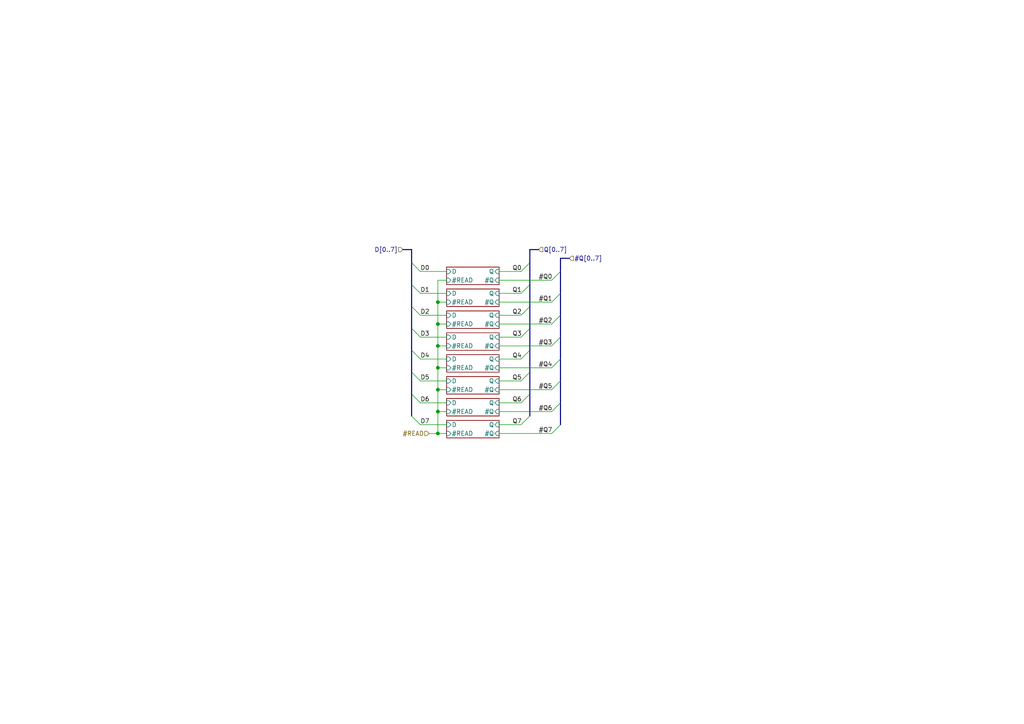
<source format=kicad_sch>
(kicad_sch
	(version 20250114)
	(generator "eeschema")
	(generator_version "9.0")
	(uuid "d715defd-84ea-46f5-81b1-e8a795572ab2")
	(paper "A4")
	(lib_symbols)
	(bus_alias "D"
		(members)
	)
	(junction
		(at 127 113.03)
		(diameter 0)
		(color 0 0 0 0)
		(uuid "063358c4-e2a9-4cb5-ad7d-d30be65bd3d1")
	)
	(junction
		(at 127 93.98)
		(diameter 0)
		(color 0 0 0 0)
		(uuid "1bac21e6-4437-475c-9f9a-bfd762aa839e")
	)
	(junction
		(at 127 125.73)
		(diameter 0)
		(color 0 0 0 0)
		(uuid "1fe6760e-8c27-452e-8e31-44bd59488abd")
	)
	(junction
		(at 127 106.68)
		(diameter 0)
		(color 0 0 0 0)
		(uuid "5a57b0a9-4a84-47bd-b044-a85f0d222a63")
	)
	(junction
		(at 127 100.33)
		(diameter 0)
		(color 0 0 0 0)
		(uuid "60b978e1-9f71-4b87-8b39-d94b444667d2")
	)
	(junction
		(at 127 119.38)
		(diameter 0)
		(color 0 0 0 0)
		(uuid "a143faf8-fc09-400a-9ec8-b2c9d0c80abf")
	)
	(junction
		(at 127 87.63)
		(diameter 0)
		(color 0 0 0 0)
		(uuid "b749ca8d-1f3b-496d-a185-f31ae34208d3")
	)
	(bus_entry
		(at 153.67 95.25)
		(size -2.54 2.54)
		(stroke
			(width 0)
			(type default)
		)
		(uuid "07c6aaf9-44af-4122-ae60-fe7b20569560")
	)
	(bus_entry
		(at 162.56 85.09)
		(size -2.54 2.54)
		(stroke
			(width 0)
			(type default)
		)
		(uuid "09309ff9-56c9-4d8a-be92-fee751b310d1")
	)
	(bus_entry
		(at 119.38 95.25)
		(size 2.54 2.54)
		(stroke
			(width 0)
			(type default)
		)
		(uuid "0e3902db-c6c0-4c79-b988-32a553bceed1")
	)
	(bus_entry
		(at 153.67 114.3)
		(size -2.54 2.54)
		(stroke
			(width 0)
			(type default)
		)
		(uuid "10e98439-117d-471a-902b-d51c87da222a")
	)
	(bus_entry
		(at 153.67 101.6)
		(size -2.54 2.54)
		(stroke
			(width 0)
			(type default)
		)
		(uuid "1d38634f-754c-4c89-96ef-08581690ae84")
	)
	(bus_entry
		(at 119.38 88.9)
		(size 2.54 2.54)
		(stroke
			(width 0)
			(type default)
		)
		(uuid "2145514e-8da2-40b7-a47f-c37031029a62")
	)
	(bus_entry
		(at 119.38 107.95)
		(size 2.54 2.54)
		(stroke
			(width 0)
			(type default)
		)
		(uuid "37717afe-d8a8-4b1a-bda0-67db0139f4dd")
	)
	(bus_entry
		(at 119.38 120.65)
		(size 2.54 2.54)
		(stroke
			(width 0)
			(type default)
		)
		(uuid "51b34e36-6d55-41f5-8906-41b445808ba1")
	)
	(bus_entry
		(at 162.56 123.19)
		(size -2.54 2.54)
		(stroke
			(width 0)
			(type default)
		)
		(uuid "55b04d2e-ab38-4915-8b7a-903275211029")
	)
	(bus_entry
		(at 162.56 110.49)
		(size -2.54 2.54)
		(stroke
			(width 0)
			(type default)
		)
		(uuid "583ef97a-0a53-4f41-a869-941f5df64874")
	)
	(bus_entry
		(at 119.38 101.6)
		(size 2.54 2.54)
		(stroke
			(width 0)
			(type default)
		)
		(uuid "659aeefa-6363-44fe-ad79-100cdb936e05")
	)
	(bus_entry
		(at 119.38 76.2)
		(size 2.54 2.54)
		(stroke
			(width 0)
			(type default)
		)
		(uuid "72877d26-33af-4aa5-8015-0d2d31e76c11")
	)
	(bus_entry
		(at 162.56 116.84)
		(size -2.54 2.54)
		(stroke
			(width 0)
			(type default)
		)
		(uuid "74c122bf-299b-4725-9a00-46a37be62162")
	)
	(bus_entry
		(at 153.67 107.95)
		(size -2.54 2.54)
		(stroke
			(width 0)
			(type default)
		)
		(uuid "7a82c8fe-19fe-448b-b551-284692404350")
	)
	(bus_entry
		(at 153.67 76.2)
		(size -2.54 2.54)
		(stroke
			(width 0)
			(type default)
		)
		(uuid "8222923a-9242-4b91-af1c-8e32826a4e98")
	)
	(bus_entry
		(at 153.67 82.55)
		(size -2.54 2.54)
		(stroke
			(width 0)
			(type default)
		)
		(uuid "99a77f2f-10f7-4959-af2e-dd859ed59bc5")
	)
	(bus_entry
		(at 119.38 114.3)
		(size 2.54 2.54)
		(stroke
			(width 0)
			(type default)
		)
		(uuid "a1fa3a0a-ce3e-4a78-abda-23657ed0b984")
	)
	(bus_entry
		(at 153.67 88.9)
		(size -2.54 2.54)
		(stroke
			(width 0)
			(type default)
		)
		(uuid "a88a1307-811f-4155-99c1-9ee71c7fe9d6")
	)
	(bus_entry
		(at 162.56 104.14)
		(size -2.54 2.54)
		(stroke
			(width 0)
			(type default)
		)
		(uuid "b1816ad5-7090-44e0-8633-2c66cad7fe6b")
	)
	(bus_entry
		(at 162.56 91.44)
		(size -2.54 2.54)
		(stroke
			(width 0)
			(type default)
		)
		(uuid "ce862dfb-baf6-423b-9c3f-dc72b38c25d5")
	)
	(bus_entry
		(at 162.56 78.74)
		(size -2.54 2.54)
		(stroke
			(width 0)
			(type default)
		)
		(uuid "d04eab94-64ee-43d6-9398-07e6a20b9650")
	)
	(bus_entry
		(at 119.38 82.55)
		(size 2.54 2.54)
		(stroke
			(width 0)
			(type default)
		)
		(uuid "e6da8c28-a5b0-4274-b512-1056294c9392")
	)
	(bus_entry
		(at 162.56 97.79)
		(size -2.54 2.54)
		(stroke
			(width 0)
			(type default)
		)
		(uuid "e8524051-01ec-4107-9e98-cc3e8ce0aae3")
	)
	(bus_entry
		(at 153.67 120.65)
		(size -2.54 2.54)
		(stroke
			(width 0)
			(type default)
		)
		(uuid "fd47a675-aee5-4589-a439-09b08a7f2d1c")
	)
	(wire
		(pts
			(xy 144.78 104.14) (xy 151.13 104.14)
		)
		(stroke
			(width 0)
			(type default)
		)
		(uuid "051e6c5f-24ec-4fab-93b3-311d4d9cdfa1")
	)
	(bus
		(pts
			(xy 156.21 72.39) (xy 153.67 72.39)
		)
		(stroke
			(width 0)
			(type default)
		)
		(uuid "1465baaf-f350-44f3-96e1-284a1682c189")
	)
	(wire
		(pts
			(xy 129.54 93.98) (xy 127 93.98)
		)
		(stroke
			(width 0)
			(type default)
		)
		(uuid "16816d45-1a89-47be-a6e8-14c74f3b7b2d")
	)
	(wire
		(pts
			(xy 127 125.73) (xy 127 119.38)
		)
		(stroke
			(width 0)
			(type default)
		)
		(uuid "181db41b-fd6e-47b6-946b-883b586c8bee")
	)
	(bus
		(pts
			(xy 153.67 72.39) (xy 153.67 76.2)
		)
		(stroke
			(width 0)
			(type default)
		)
		(uuid "1985eb29-9f2d-4106-adda-88ff46d23511")
	)
	(wire
		(pts
			(xy 127 106.68) (xy 127 100.33)
		)
		(stroke
			(width 0)
			(type default)
		)
		(uuid "1fd037f3-a3bb-42e8-9b9a-8ddf5c666617")
	)
	(wire
		(pts
			(xy 121.92 97.79) (xy 129.54 97.79)
		)
		(stroke
			(width 0)
			(type default)
		)
		(uuid "2016b61b-8b26-43dc-bd8d-e199fbebd536")
	)
	(wire
		(pts
			(xy 144.78 113.03) (xy 160.02 113.03)
		)
		(stroke
			(width 0)
			(type default)
		)
		(uuid "270b61eb-1bab-4d78-838e-7def44897b64")
	)
	(wire
		(pts
			(xy 144.78 87.63) (xy 160.02 87.63)
		)
		(stroke
			(width 0)
			(type default)
		)
		(uuid "2fb4d7ee-b955-4147-9b14-cc094b91fe41")
	)
	(bus
		(pts
			(xy 119.38 72.39) (xy 116.84 72.39)
		)
		(stroke
			(width 0)
			(type default)
		)
		(uuid "3177af8f-478e-491b-8df7-254112f04051")
	)
	(bus
		(pts
			(xy 119.38 101.6) (xy 119.38 107.95)
		)
		(stroke
			(width 0)
			(type default)
		)
		(uuid "3ca101e7-bf9e-4618-a3cc-8efadc8bf476")
	)
	(wire
		(pts
			(xy 124.46 125.73) (xy 127 125.73)
		)
		(stroke
			(width 0)
			(type default)
		)
		(uuid "3fdf3fa6-7e81-4ac7-b0d5-bed76a6be749")
	)
	(wire
		(pts
			(xy 144.78 106.68) (xy 160.02 106.68)
		)
		(stroke
			(width 0)
			(type default)
		)
		(uuid "40fca157-8f48-43f3-a28e-28f9b87e1d03")
	)
	(bus
		(pts
			(xy 162.56 116.84) (xy 162.56 123.19)
		)
		(stroke
			(width 0)
			(type default)
		)
		(uuid "4583cf09-789a-4aeb-aaa7-20fb4e5c2381")
	)
	(wire
		(pts
			(xy 121.92 85.09) (xy 129.54 85.09)
		)
		(stroke
			(width 0)
			(type default)
		)
		(uuid "476ae6b6-d576-4708-867c-5183472ed77b")
	)
	(bus
		(pts
			(xy 119.38 95.25) (xy 119.38 101.6)
		)
		(stroke
			(width 0)
			(type default)
		)
		(uuid "4d174ad6-b11f-4455-9de4-0842d7f3d3a9")
	)
	(bus
		(pts
			(xy 162.56 74.93) (xy 162.56 78.74)
		)
		(stroke
			(width 0)
			(type default)
		)
		(uuid "4e0e9b3b-2ecb-411b-90e0-43f2401d8ff8")
	)
	(bus
		(pts
			(xy 119.38 114.3) (xy 119.38 120.65)
		)
		(stroke
			(width 0)
			(type default)
		)
		(uuid "4fd6bc58-73b9-4ffe-b572-fe7d32894d99")
	)
	(wire
		(pts
			(xy 129.54 113.03) (xy 127 113.03)
		)
		(stroke
			(width 0)
			(type default)
		)
		(uuid "54af6093-c7d5-4a9e-baf0-9afa07098ba1")
	)
	(wire
		(pts
			(xy 121.92 116.84) (xy 129.54 116.84)
		)
		(stroke
			(width 0)
			(type default)
		)
		(uuid "65676b25-333d-46d4-b4e3-029bc7f8ee3e")
	)
	(wire
		(pts
			(xy 144.78 91.44) (xy 151.13 91.44)
		)
		(stroke
			(width 0)
			(type default)
		)
		(uuid "65837eea-7cd7-4235-9950-f4dabc455a10")
	)
	(wire
		(pts
			(xy 129.54 81.28) (xy 127 81.28)
		)
		(stroke
			(width 0)
			(type default)
		)
		(uuid "677790c2-1e17-43a5-b44e-e1dd2d27096e")
	)
	(wire
		(pts
			(xy 127 87.63) (xy 129.54 87.63)
		)
		(stroke
			(width 0)
			(type default)
		)
		(uuid "67b0ec4d-9105-4a62-8581-49e06983fb6c")
	)
	(bus
		(pts
			(xy 153.67 114.3) (xy 153.67 120.65)
		)
		(stroke
			(width 0)
			(type default)
		)
		(uuid "6a1d316d-9d85-4b10-b7b8-8712f36f1349")
	)
	(wire
		(pts
			(xy 144.78 81.28) (xy 160.02 81.28)
		)
		(stroke
			(width 0)
			(type default)
		)
		(uuid "6c6fd7f9-3c79-4a82-a24d-0de6d4db4d75")
	)
	(bus
		(pts
			(xy 119.38 76.2) (xy 119.38 82.55)
		)
		(stroke
			(width 0)
			(type default)
		)
		(uuid "6dd309a6-fa0d-4cb4-b883-10d8723d239a")
	)
	(bus
		(pts
			(xy 119.38 72.39) (xy 119.38 76.2)
		)
		(stroke
			(width 0)
			(type default)
		)
		(uuid "6e8be578-fd22-49a3-a1ce-c0cb2050c9e5")
	)
	(wire
		(pts
			(xy 127 93.98) (xy 127 87.63)
		)
		(stroke
			(width 0)
			(type default)
		)
		(uuid "739ec0a5-99db-4d51-9f37-f51315fe08fc")
	)
	(wire
		(pts
			(xy 144.78 116.84) (xy 151.13 116.84)
		)
		(stroke
			(width 0)
			(type default)
		)
		(uuid "75c93daf-dd76-494a-a2f0-952415946349")
	)
	(bus
		(pts
			(xy 162.56 85.09) (xy 162.56 91.44)
		)
		(stroke
			(width 0)
			(type default)
		)
		(uuid "798d695a-40f7-4d24-9d53-384b55bb8380")
	)
	(wire
		(pts
			(xy 121.92 110.49) (xy 129.54 110.49)
		)
		(stroke
			(width 0)
			(type default)
		)
		(uuid "7bb5d4dd-daf4-477e-98d2-c3498a03b904")
	)
	(wire
		(pts
			(xy 129.54 119.38) (xy 127 119.38)
		)
		(stroke
			(width 0)
			(type default)
		)
		(uuid "7c002c3c-e244-4160-b281-1dafbaa366d8")
	)
	(bus
		(pts
			(xy 153.67 107.95) (xy 153.67 114.3)
		)
		(stroke
			(width 0)
			(type default)
		)
		(uuid "8108257b-9f63-469f-885b-067f91c3e10d")
	)
	(wire
		(pts
			(xy 127 100.33) (xy 127 93.98)
		)
		(stroke
			(width 0)
			(type default)
		)
		(uuid "81c4d38c-348c-4852-85a3-6ba353b5fdd7")
	)
	(wire
		(pts
			(xy 144.78 110.49) (xy 151.13 110.49)
		)
		(stroke
			(width 0)
			(type default)
		)
		(uuid "83662064-6bf1-4618-b78c-33f7f8384096")
	)
	(wire
		(pts
			(xy 144.78 97.79) (xy 151.13 97.79)
		)
		(stroke
			(width 0)
			(type default)
		)
		(uuid "84ee836c-3153-4a38-b5c4-85022f3a2021")
	)
	(wire
		(pts
			(xy 144.78 78.74) (xy 151.13 78.74)
		)
		(stroke
			(width 0)
			(type default)
		)
		(uuid "8707492a-607a-4fac-9787-d437fc7785a1")
	)
	(bus
		(pts
			(xy 153.67 88.9) (xy 153.67 95.25)
		)
		(stroke
			(width 0)
			(type default)
		)
		(uuid "8f185ad5-c56e-498d-bca3-9ffa5d11b167")
	)
	(wire
		(pts
			(xy 144.78 119.38) (xy 160.02 119.38)
		)
		(stroke
			(width 0)
			(type default)
		)
		(uuid "905781fa-126a-4834-bfae-93cf28116d50")
	)
	(wire
		(pts
			(xy 127 113.03) (xy 127 106.68)
		)
		(stroke
			(width 0)
			(type default)
		)
		(uuid "94289cc5-2fff-410f-89e3-16ce96bb577e")
	)
	(bus
		(pts
			(xy 119.38 88.9) (xy 119.38 95.25)
		)
		(stroke
			(width 0)
			(type default)
		)
		(uuid "9542cf73-eacf-4f66-ac44-fb4f364ae259")
	)
	(wire
		(pts
			(xy 129.54 100.33) (xy 127 100.33)
		)
		(stroke
			(width 0)
			(type default)
		)
		(uuid "965ff8b8-1ca4-474e-bd88-9072af3c9b20")
	)
	(bus
		(pts
			(xy 162.56 78.74) (xy 162.56 85.09)
		)
		(stroke
			(width 0)
			(type default)
		)
		(uuid "96a24492-00e0-4344-8b14-913111dc6390")
	)
	(bus
		(pts
			(xy 153.67 82.55) (xy 153.67 88.9)
		)
		(stroke
			(width 0)
			(type default)
		)
		(uuid "9d91b673-8efa-4e83-867b-47a1ae48b398")
	)
	(wire
		(pts
			(xy 129.54 106.68) (xy 127 106.68)
		)
		(stroke
			(width 0)
			(type default)
		)
		(uuid "9ed84dcd-7a76-40d3-8cf6-2a0d38408eb0")
	)
	(wire
		(pts
			(xy 144.78 100.33) (xy 160.02 100.33)
		)
		(stroke
			(width 0)
			(type default)
		)
		(uuid "a254cdec-0d64-4d3b-9475-9005bacd55d8")
	)
	(bus
		(pts
			(xy 119.38 82.55) (xy 119.38 88.9)
		)
		(stroke
			(width 0)
			(type default)
		)
		(uuid "a8c3db56-0d25-406d-9808-919ef4b0cbeb")
	)
	(bus
		(pts
			(xy 162.56 97.79) (xy 162.56 104.14)
		)
		(stroke
			(width 0)
			(type default)
		)
		(uuid "b1b7e136-4afa-46fc-aa8d-359c396a1c73")
	)
	(bus
		(pts
			(xy 162.56 104.14) (xy 162.56 110.49)
		)
		(stroke
			(width 0)
			(type default)
		)
		(uuid "be0f65cf-916c-4e91-b5a3-aea811344367")
	)
	(wire
		(pts
			(xy 127 119.38) (xy 127 113.03)
		)
		(stroke
			(width 0)
			(type default)
		)
		(uuid "bf7cc70b-df28-4213-8779-c6ce1a376351")
	)
	(bus
		(pts
			(xy 153.67 101.6) (xy 153.67 107.95)
		)
		(stroke
			(width 0)
			(type default)
		)
		(uuid "c8ab10b7-e64b-48a2-bd4f-413c67969662")
	)
	(bus
		(pts
			(xy 153.67 76.2) (xy 153.67 82.55)
		)
		(stroke
			(width 0)
			(type default)
		)
		(uuid "cb69fa53-a1ab-4aa4-a242-cc7a10683128")
	)
	(wire
		(pts
			(xy 121.92 123.19) (xy 129.54 123.19)
		)
		(stroke
			(width 0)
			(type default)
		)
		(uuid "ce2b4b04-3bc0-4618-9732-6fe842919770")
	)
	(wire
		(pts
			(xy 127 81.28) (xy 127 87.63)
		)
		(stroke
			(width 0)
			(type default)
		)
		(uuid "ce32fbc4-bc88-4f80-8b49-0915bc0f9860")
	)
	(wire
		(pts
			(xy 144.78 93.98) (xy 160.02 93.98)
		)
		(stroke
			(width 0)
			(type default)
		)
		(uuid "d48acb11-48b1-43f4-8eec-33ba72e91114")
	)
	(bus
		(pts
			(xy 165.1 74.93) (xy 162.56 74.93)
		)
		(stroke
			(width 0)
			(type default)
		)
		(uuid "da8896dd-355a-4f6f-be35-3ee781ef10f1")
	)
	(wire
		(pts
			(xy 121.92 78.74) (xy 129.54 78.74)
		)
		(stroke
			(width 0)
			(type default)
		)
		(uuid "dcde8e02-da93-4c5c-84b0-24df4f942748")
	)
	(bus
		(pts
			(xy 153.67 95.25) (xy 153.67 101.6)
		)
		(stroke
			(width 0)
			(type default)
		)
		(uuid "e01859b5-2179-459a-981a-2caf5bb84346")
	)
	(wire
		(pts
			(xy 144.78 85.09) (xy 151.13 85.09)
		)
		(stroke
			(width 0)
			(type default)
		)
		(uuid "e29acc93-ee39-4bfa-a9cb-bdf79a94b634")
	)
	(wire
		(pts
			(xy 144.78 125.73) (xy 160.02 125.73)
		)
		(stroke
			(width 0)
			(type default)
		)
		(uuid "e64ec7e6-170f-4798-bd16-27d1240f5698")
	)
	(wire
		(pts
			(xy 129.54 125.73) (xy 127 125.73)
		)
		(stroke
			(width 0)
			(type default)
		)
		(uuid "e7431986-0c88-487d-a816-77b33ac0015e")
	)
	(wire
		(pts
			(xy 144.78 123.19) (xy 151.13 123.19)
		)
		(stroke
			(width 0)
			(type default)
		)
		(uuid "ecd37a61-c54b-4217-b938-794e8a1e826d")
	)
	(bus
		(pts
			(xy 162.56 91.44) (xy 162.56 97.79)
		)
		(stroke
			(width 0)
			(type default)
		)
		(uuid "ee44e302-4458-48ec-b5d8-abb2a99d9fdc")
	)
	(wire
		(pts
			(xy 121.92 91.44) (xy 129.54 91.44)
		)
		(stroke
			(width 0)
			(type default)
		)
		(uuid "efa9c4b7-cb96-48d8-9465-0a9660c43ab6")
	)
	(bus
		(pts
			(xy 162.56 110.49) (xy 162.56 116.84)
		)
		(stroke
			(width 0)
			(type default)
		)
		(uuid "f8409cf8-f785-4fd6-83e8-c5df1e563ec3")
	)
	(wire
		(pts
			(xy 121.92 104.14) (xy 129.54 104.14)
		)
		(stroke
			(width 0)
			(type default)
		)
		(uuid "f8461f18-a3fe-47a6-b9bf-39510e82e092")
	)
	(bus
		(pts
			(xy 119.38 107.95) (xy 119.38 114.3)
		)
		(stroke
			(width 0)
			(type default)
		)
		(uuid "fe6b185a-f227-4032-a9b9-9b8cf8ce3f86")
	)
	(label "#Q5"
		(at 156.21 113.03 0)
		(effects
			(font
				(size 1.27 1.27)
			)
			(justify left bottom)
		)
		(uuid "0656bd1d-ead8-4e21-ae0a-c8853fe3a3a8")
	)
	(label "D1"
		(at 121.92 85.09 0)
		(effects
			(font
				(size 1.27 1.27)
			)
			(justify left bottom)
		)
		(uuid "17208c64-3f65-48a8-8a23-64426d2e746b")
	)
	(label "#Q4"
		(at 156.21 106.68 0)
		(effects
			(font
				(size 1.27 1.27)
			)
			(justify left bottom)
		)
		(uuid "1d073a76-053c-4936-b95d-a500541a696c")
	)
	(label "Q5"
		(at 148.59 110.49 0)
		(effects
			(font
				(size 1.27 1.27)
			)
			(justify left bottom)
		)
		(uuid "2e187a77-11ab-4ac3-a38f-7ca6d792cf55")
	)
	(label "Q0"
		(at 148.59 78.74 0)
		(effects
			(font
				(size 1.27 1.27)
			)
			(justify left bottom)
		)
		(uuid "2f243b12-e9dc-49c0-a34b-11e03eac8b7b")
	)
	(label "#Q2"
		(at 156.21 93.98 0)
		(effects
			(font
				(size 1.27 1.27)
			)
			(justify left bottom)
		)
		(uuid "35d3c1b4-dd96-448d-a92a-0a9fcd8d3b60")
	)
	(label "D7"
		(at 121.92 123.19 0)
		(effects
			(font
				(size 1.27 1.27)
			)
			(justify left bottom)
		)
		(uuid "3a2c8c33-2d64-4444-bd75-2c5d957476d7")
	)
	(label "D3"
		(at 121.92 97.79 0)
		(effects
			(font
				(size 1.27 1.27)
			)
			(justify left bottom)
		)
		(uuid "45a96374-42d6-4e88-9567-ddff6a4652f0")
	)
	(label "Q3"
		(at 148.59 97.79 0)
		(effects
			(font
				(size 1.27 1.27)
			)
			(justify left bottom)
		)
		(uuid "5a520f3d-757f-4978-9499-decc07bc6bc9")
	)
	(label "Q6"
		(at 148.59 116.84 0)
		(effects
			(font
				(size 1.27 1.27)
			)
			(justify left bottom)
		)
		(uuid "6b36074b-06f3-4716-b942-5c8f051c715e")
	)
	(label "D0"
		(at 121.92 78.74 0)
		(effects
			(font
				(size 1.27 1.27)
			)
			(justify left bottom)
		)
		(uuid "7c486c40-11c0-4906-9f45-7583d4ce35f2")
	)
	(label "D2"
		(at 121.92 91.44 0)
		(effects
			(font
				(size 1.27 1.27)
			)
			(justify left bottom)
		)
		(uuid "88740ec1-6313-4112-83c6-d91be206bec4")
	)
	(label "D4"
		(at 121.92 104.14 0)
		(effects
			(font
				(size 1.27 1.27)
			)
			(justify left bottom)
		)
		(uuid "9b847f8e-1f19-44d5-bea1-9fd3ce149fbc")
	)
	(label "Q4"
		(at 148.59 104.14 0)
		(effects
			(font
				(size 1.27 1.27)
			)
			(justify left bottom)
		)
		(uuid "9d85292c-75e3-4593-bfb2-636eff257fb4")
	)
	(label "Q2"
		(at 148.59 91.44 0)
		(effects
			(font
				(size 1.27 1.27)
			)
			(justify left bottom)
		)
		(uuid "b26269f6-c5d8-4e8f-8335-d47dd930c564")
	)
	(label "Q1"
		(at 148.59 85.09 0)
		(effects
			(font
				(size 1.27 1.27)
			)
			(justify left bottom)
		)
		(uuid "b6ca7342-1de6-42e9-872d-dc53478de6d5")
	)
	(label "D6"
		(at 121.92 116.84 0)
		(effects
			(font
				(size 1.27 1.27)
			)
			(justify left bottom)
		)
		(uuid "bd62fb42-7f6f-4d28-8b7e-5e239b618008")
	)
	(label "#Q1"
		(at 156.21 87.63 0)
		(effects
			(font
				(size 1.27 1.27)
			)
			(justify left bottom)
		)
		(uuid "cc69c7eb-0dd7-49ee-bd23-72903ffe939e")
	)
	(label "#Q3"
		(at 156.21 100.33 0)
		(effects
			(font
				(size 1.27 1.27)
			)
			(justify left bottom)
		)
		(uuid "da967c53-1c69-4741-ac27-bb99a5270234")
	)
	(label "D5"
		(at 121.92 110.49 0)
		(effects
			(font
				(size 1.27 1.27)
			)
			(justify left bottom)
		)
		(uuid "dc4b2e11-6728-47a8-afb1-330f2f6960d5")
	)
	(label "#Q6"
		(at 156.21 119.38 0)
		(effects
			(font
				(size 1.27 1.27)
			)
			(justify left bottom)
		)
		(uuid "e08c4344-856f-416a-8c51-ce2dc0da3d70")
	)
	(label "Q7"
		(at 148.59 123.19 0)
		(effects
			(font
				(size 1.27 1.27)
			)
			(justify left bottom)
		)
		(uuid "e43df8f8-305a-4d0d-80f5-4878f83f4b85")
	)
	(label "#Q7"
		(at 156.21 125.73 0)
		(effects
			(font
				(size 1.27 1.27)
			)
			(justify left bottom)
		)
		(uuid "fc6e3bea-a2bf-4f7d-9ff7-3b75fc8b5c16")
	)
	(label "#Q0"
		(at 156.21 81.28 0)
		(effects
			(font
				(size 1.27 1.27)
			)
			(justify left bottom)
		)
		(uuid "fd144bfe-f7db-46c9-b9a2-8a983adbe3ce")
	)
	(hierarchical_label "D[0..7]"
		(shape input)
		(at 116.84 72.39 180)
		(effects
			(font
				(size 1.27 1.27)
			)
			(justify right)
		)
		(uuid "186e1903-4ed7-40b2-93c1-3813cfb5f554")
	)
	(hierarchical_label "#Q[0..7]"
		(shape input)
		(at 165.1 74.93 0)
		(effects
			(font
				(size 1.27 1.27)
			)
			(justify left)
		)
		(uuid "2064bd6d-4b24-48e5-b7ad-6d5693a1484e")
	)
	(hierarchical_label "#READ"
		(shape input)
		(at 124.46 125.73 180)
		(effects
			(font
				(size 1.27 1.27)
			)
			(justify right)
		)
		(uuid "887679f2-c09c-48e0-8e60-07496b51e9ee")
	)
	(hierarchical_label "Q[0..7]"
		(shape input)
		(at 156.21 72.39 0)
		(effects
			(font
				(size 1.27 1.27)
			)
			(justify left)
		)
		(uuid "a7204ba3-6151-4a03-a3e3-b88710a648d4")
	)
	(sheet
		(at 129.54 121.92)
		(size 15.24 5.08)
		(exclude_from_sim no)
		(in_bom yes)
		(on_board yes)
		(dnp no)
		(fields_autoplaced yes)
		(stroke
			(width 0.1524)
			(type solid)
		)
		(fill
			(color 0 0 0 0.0000)
		)
		(uuid "330b5ed8-59f8-4092-8470-6e121c97a641")
		(property "Sheetname" "register_1_8"
			(at 129.54 121.2084 0)
			(effects
				(font
					(size 1.27 1.27)
				)
				(justify left bottom)
				(hide yes)
			)
		)
		(property "Sheetfile" "register_1.kicad_sch"
			(at 129.54 127.5846 0)
			(effects
				(font
					(size 1.27 1.27)
				)
				(justify left top)
				(hide yes)
			)
		)
		(pin "#READ" input
			(at 129.54 125.73 180)
			(uuid "91a563b0-3163-4a12-9616-5c1785739792")
			(effects
				(font
					(size 1.27 1.27)
				)
				(justify left)
			)
		)
		(pin "D" input
			(at 129.54 123.19 180)
			(uuid "8190814f-b124-4353-9923-3a3335d4a071")
			(effects
				(font
					(size 1.27 1.27)
				)
				(justify left)
			)
		)
		(pin "#Q" input
			(at 144.78 125.73 0)
			(uuid "f0c3a5d3-3155-4db5-b9c3-c80869a8807d")
			(effects
				(font
					(size 1.27 1.27)
				)
				(justify right)
			)
		)
		(pin "Q" input
			(at 144.78 123.19 0)
			(uuid "6e431840-e59f-46aa-b3fd-b34286330d03")
			(effects
				(font
					(size 1.27 1.27)
				)
				(justify right)
			)
		)
		(instances
			(project "hera"
				(path "/6868e9eb-d1d4-45cb-8fc8-14949ab4307f/65bd18f8-18dc-448b-bb8f-b63612b8469e"
					(page "47")
				)
				(path "/6868e9eb-d1d4-45cb-8fc8-14949ab4307f/964d55bc-c706-4987-84da-f992a86d64fd"
					(page "69")
				)
				(path "/6868e9eb-d1d4-45cb-8fc8-14949ab4307f/a0f5befa-e51c-4531-8f13-c407ed09ffeb"
					(page "118")
				)
			)
		)
	)
	(sheet
		(at 129.54 77.47)
		(size 15.24 5.08)
		(exclude_from_sim no)
		(in_bom yes)
		(on_board yes)
		(dnp no)
		(fields_autoplaced yes)
		(stroke
			(width 0.1524)
			(type solid)
		)
		(fill
			(color 0 0 0 0.0000)
		)
		(uuid "59c7d73f-6613-4b8e-bd41-86eb8fdc92ef")
		(property "Sheetname" "register_1_1"
			(at 129.54 76.7584 0)
			(effects
				(font
					(size 1.27 1.27)
				)
				(justify left bottom)
				(hide yes)
			)
		)
		(property "Sheetfile" "register_1.kicad_sch"
			(at 129.54 83.1346 0)
			(effects
				(font
					(size 1.27 1.27)
				)
				(justify left top)
				(hide yes)
			)
		)
		(pin "#READ" input
			(at 129.54 81.28 180)
			(uuid "77f57e80-c91b-481f-94ef-3006c4aa4552")
			(effects
				(font
					(size 1.27 1.27)
				)
				(justify left)
			)
		)
		(pin "D" input
			(at 129.54 78.74 180)
			(uuid "0ae25a61-fd65-4279-819d-0aad852ea7e7")
			(effects
				(font
					(size 1.27 1.27)
				)
				(justify left)
			)
		)
		(pin "#Q" input
			(at 144.78 81.28 0)
			(uuid "4b3995d9-61a6-4065-adbd-1345d5590850")
			(effects
				(font
					(size 1.27 1.27)
				)
				(justify right)
			)
		)
		(pin "Q" input
			(at 144.78 78.74 0)
			(uuid "90cbe4a3-71d3-4efd-846d-91536818a6a7")
			(effects
				(font
					(size 1.27 1.27)
				)
				(justify right)
			)
		)
		(instances
			(project "hera"
				(path "/6868e9eb-d1d4-45cb-8fc8-14949ab4307f/65bd18f8-18dc-448b-bb8f-b63612b8469e"
					(page "2")
				)
				(path "/6868e9eb-d1d4-45cb-8fc8-14949ab4307f/964d55bc-c706-4987-84da-f992a86d64fd"
					(page "99")
				)
				(path "/6868e9eb-d1d4-45cb-8fc8-14949ab4307f/a0f5befa-e51c-4531-8f13-c407ed09ffeb"
					(page "148")
				)
			)
		)
	)
	(sheet
		(at 129.54 83.82)
		(size 15.24 5.08)
		(exclude_from_sim no)
		(in_bom yes)
		(on_board yes)
		(dnp no)
		(fields_autoplaced yes)
		(stroke
			(width 0.1524)
			(type solid)
		)
		(fill
			(color 0 0 0 0.0000)
		)
		(uuid "65e5d27c-6a16-4d91-93d3-76796197f16c")
		(property "Sheetname" "register_1_2"
			(at 129.54 83.1084 0)
			(effects
				(font
					(size 1.27 1.27)
				)
				(justify left bottom)
				(hide yes)
			)
		)
		(property "Sheetfile" "register_1.kicad_sch"
			(at 129.54 89.4846 0)
			(effects
				(font
					(size 1.27 1.27)
				)
				(justify left top)
				(hide yes)
			)
		)
		(pin "#READ" input
			(at 129.54 87.63 180)
			(uuid "f8891c2d-637d-4755-835a-2c2c616ac6b4")
			(effects
				(font
					(size 1.27 1.27)
				)
				(justify left)
			)
		)
		(pin "D" input
			(at 129.54 85.09 180)
			(uuid "9b57ed16-fe47-49ab-996d-e815d0f9688a")
			(effects
				(font
					(size 1.27 1.27)
				)
				(justify left)
			)
		)
		(pin "#Q" input
			(at 144.78 87.63 0)
			(uuid "68c5618f-9535-4bb8-8e79-7549fbea30f4")
			(effects
				(font
					(size 1.27 1.27)
				)
				(justify right)
			)
		)
		(pin "Q" input
			(at 144.78 85.09 0)
			(uuid "2d049bb7-f45f-4ddd-a04b-c9098fead2d1")
			(effects
				(font
					(size 1.27 1.27)
				)
				(justify right)
			)
		)
		(instances
			(project "hera"
				(path "/6868e9eb-d1d4-45cb-8fc8-14949ab4307f/65bd18f8-18dc-448b-bb8f-b63612b8469e"
					(page "11")
				)
				(path "/6868e9eb-d1d4-45cb-8fc8-14949ab4307f/964d55bc-c706-4987-84da-f992a86d64fd"
					(page "105")
				)
				(path "/6868e9eb-d1d4-45cb-8fc8-14949ab4307f/a0f5befa-e51c-4531-8f13-c407ed09ffeb"
					(page "154")
				)
			)
		)
	)
	(sheet
		(at 129.54 90.17)
		(size 15.24 5.08)
		(exclude_from_sim no)
		(in_bom yes)
		(on_board yes)
		(dnp no)
		(fields_autoplaced yes)
		(stroke
			(width 0.1524)
			(type solid)
		)
		(fill
			(color 0 0 0 0.0000)
		)
		(uuid "dae9c560-f4f4-4313-ab67-215e0462c631")
		(property "Sheetname" "register_1_3"
			(at 129.54 89.4584 0)
			(effects
				(font
					(size 1.27 1.27)
				)
				(justify left bottom)
				(hide yes)
			)
		)
		(property "Sheetfile" "register_1.kicad_sch"
			(at 129.54 95.8346 0)
			(effects
				(font
					(size 1.27 1.27)
				)
				(justify left top)
				(hide yes)
			)
		)
		(pin "#READ" input
			(at 129.54 93.98 180)
			(uuid "08945793-e912-4199-8cb2-25e867510934")
			(effects
				(font
					(size 1.27 1.27)
				)
				(justify left)
			)
		)
		(pin "D" input
			(at 129.54 91.44 180)
			(uuid "a037117d-97ba-4681-a6f5-93970488465c")
			(effects
				(font
					(size 1.27 1.27)
				)
				(justify left)
			)
		)
		(pin "#Q" input
			(at 144.78 93.98 0)
			(uuid "d75c3030-189f-4272-9def-c508f92179bc")
			(effects
				(font
					(size 1.27 1.27)
				)
				(justify right)
			)
		)
		(pin "Q" input
			(at 144.78 91.44 0)
			(uuid "f1aa7bf1-3103-45ed-934a-4adcd48c6fe5")
			(effects
				(font
					(size 1.27 1.27)
				)
				(justify right)
			)
		)
		(instances
			(project "hera"
				(path "/6868e9eb-d1d4-45cb-8fc8-14949ab4307f/65bd18f8-18dc-448b-bb8f-b63612b8469e"
					(page "17")
				)
				(path "/6868e9eb-d1d4-45cb-8fc8-14949ab4307f/964d55bc-c706-4987-84da-f992a86d64fd"
					(page "111")
				)
				(path "/6868e9eb-d1d4-45cb-8fc8-14949ab4307f/a0f5befa-e51c-4531-8f13-c407ed09ffeb"
					(page "160")
				)
			)
		)
	)
	(sheet
		(at 129.54 109.22)
		(size 15.24 5.08)
		(exclude_from_sim no)
		(in_bom yes)
		(on_board yes)
		(dnp no)
		(fields_autoplaced yes)
		(stroke
			(width 0.1524)
			(type solid)
		)
		(fill
			(color 0 0 0 0.0000)
		)
		(uuid "f88abab4-d880-46b0-98d5-915d269eae7d")
		(property "Sheetname" "register_1_6"
			(at 129.54 108.5084 0)
			(effects
				(font
					(size 1.27 1.27)
				)
				(justify left bottom)
				(hide yes)
			)
		)
		(property "Sheetfile" "register_1.kicad_sch"
			(at 129.54 114.8846 0)
			(effects
				(font
					(size 1.27 1.27)
				)
				(justify left top)
				(hide yes)
			)
		)
		(pin "#READ" input
			(at 129.54 113.03 180)
			(uuid "48ed856f-35d9-4588-ade6-9839c010faf4")
			(effects
				(font
					(size 1.27 1.27)
				)
				(justify left)
			)
		)
		(pin "D" input
			(at 129.54 110.49 180)
			(uuid "d5380fa4-e297-450f-935c-a2d0dd1cd7ec")
			(effects
				(font
					(size 1.27 1.27)
				)
				(justify left)
			)
		)
		(pin "#Q" input
			(at 144.78 113.03 0)
			(uuid "e70f72a3-1298-411c-8527-d27eb578e62b")
			(effects
				(font
					(size 1.27 1.27)
				)
				(justify right)
			)
		)
		(pin "Q" input
			(at 144.78 110.49 0)
			(uuid "e64d606f-c9fb-4f8a-8f01-68aa85a944ac")
			(effects
				(font
					(size 1.27 1.27)
				)
				(justify right)
			)
		)
		(instances
			(project "hera"
				(path "/6868e9eb-d1d4-45cb-8fc8-14949ab4307f/65bd18f8-18dc-448b-bb8f-b63612b8469e"
					(page "35")
				)
				(path "/6868e9eb-d1d4-45cb-8fc8-14949ab4307f/964d55bc-c706-4987-84da-f992a86d64fd"
					(page "81")
				)
				(path "/6868e9eb-d1d4-45cb-8fc8-14949ab4307f/a0f5befa-e51c-4531-8f13-c407ed09ffeb"
					(page "130")
				)
			)
		)
	)
	(sheet
		(at 129.54 102.87)
		(size 15.24 5.08)
		(exclude_from_sim no)
		(in_bom yes)
		(on_board yes)
		(dnp no)
		(fields_autoplaced yes)
		(stroke
			(width 0.1524)
			(type solid)
		)
		(fill
			(color 0 0 0 0.0000)
		)
		(uuid "faee35e1-161a-4b47-97fd-72479d5b2314")
		(property "Sheetname" "register_1_5"
			(at 129.54 102.1584 0)
			(effects
				(font
					(size 1.27 1.27)
				)
				(justify left bottom)
				(hide yes)
			)
		)
		(property "Sheetfile" "register_1.kicad_sch"
			(at 129.54 108.5346 0)
			(effects
				(font
					(size 1.27 1.27)
				)
				(justify left top)
				(hide yes)
			)
		)
		(pin "#READ" input
			(at 129.54 106.68 180)
			(uuid "198836d6-7c33-4f36-893d-f5364f919241")
			(effects
				(font
					(size 1.27 1.27)
				)
				(justify left)
			)
		)
		(pin "D" input
			(at 129.54 104.14 180)
			(uuid "d84bc8a7-dead-4a39-8b1d-8e452ebc3a78")
			(effects
				(font
					(size 1.27 1.27)
				)
				(justify left)
			)
		)
		(pin "#Q" input
			(at 144.78 106.68 0)
			(uuid "92b8e9c2-d729-408a-94b7-a3c793b7029a")
			(effects
				(font
					(size 1.27 1.27)
				)
				(justify right)
			)
		)
		(pin "Q" input
			(at 144.78 104.14 0)
			(uuid "296ad9f3-b94b-4d66-885e-70f415caa349")
			(effects
				(font
					(size 1.27 1.27)
				)
				(justify right)
			)
		)
		(instances
			(project "hera"
				(path "/6868e9eb-d1d4-45cb-8fc8-14949ab4307f/65bd18f8-18dc-448b-bb8f-b63612b8469e"
					(page "29")
				)
				(path "/6868e9eb-d1d4-45cb-8fc8-14949ab4307f/964d55bc-c706-4987-84da-f992a86d64fd"
					(page "87")
				)
				(path "/6868e9eb-d1d4-45cb-8fc8-14949ab4307f/a0f5befa-e51c-4531-8f13-c407ed09ffeb"
					(page "136")
				)
			)
		)
	)
	(sheet
		(at 129.54 115.57)
		(size 15.24 5.08)
		(exclude_from_sim no)
		(in_bom yes)
		(on_board yes)
		(dnp no)
		(fields_autoplaced yes)
		(stroke
			(width 0.1524)
			(type solid)
		)
		(fill
			(color 0 0 0 0.0000)
		)
		(uuid "fb72be32-781c-49dd-bef3-ae27ed4d0bd0")
		(property "Sheetname" "register_1_7"
			(at 129.54 114.8584 0)
			(effects
				(font
					(size 1.27 1.27)
				)
				(justify left bottom)
				(hide yes)
			)
		)
		(property "Sheetfile" "register_1.kicad_sch"
			(at 129.54 121.2346 0)
			(effects
				(font
					(size 1.27 1.27)
				)
				(justify left top)
				(hide yes)
			)
		)
		(pin "#READ" input
			(at 129.54 119.38 180)
			(uuid "f384969a-c9ba-47a5-9c2c-d88740c61aa7")
			(effects
				(font
					(size 1.27 1.27)
				)
				(justify left)
			)
		)
		(pin "D" input
			(at 129.54 116.84 180)
			(uuid "846ea666-ae58-41eb-a90d-d880d90a7c20")
			(effects
				(font
					(size 1.27 1.27)
				)
				(justify left)
			)
		)
		(pin "#Q" input
			(at 144.78 119.38 0)
			(uuid "abe0468d-8e06-4ac1-8f93-08b60aedb7be")
			(effects
				(font
					(size 1.27 1.27)
				)
				(justify right)
			)
		)
		(pin "Q" input
			(at 144.78 116.84 0)
			(uuid "2f12a26c-9efc-4e8e-8f5c-75f03715ef61")
			(effects
				(font
					(size 1.27 1.27)
				)
				(justify right)
			)
		)
		(instances
			(project "hera"
				(path "/6868e9eb-d1d4-45cb-8fc8-14949ab4307f/65bd18f8-18dc-448b-bb8f-b63612b8469e"
					(page "41")
				)
				(path "/6868e9eb-d1d4-45cb-8fc8-14949ab4307f/964d55bc-c706-4987-84da-f992a86d64fd"
					(page "75")
				)
				(path "/6868e9eb-d1d4-45cb-8fc8-14949ab4307f/a0f5befa-e51c-4531-8f13-c407ed09ffeb"
					(page "124")
				)
			)
		)
	)
	(sheet
		(at 129.54 96.52)
		(size 15.24 5.08)
		(exclude_from_sim no)
		(in_bom yes)
		(on_board yes)
		(dnp no)
		(fields_autoplaced yes)
		(stroke
			(width 0.1524)
			(type solid)
		)
		(fill
			(color 0 0 0 0.0000)
		)
		(uuid "fe5902d3-1c9b-458b-9fea-7f02c336a48c")
		(property "Sheetname" "register_1_4"
			(at 129.54 95.8084 0)
			(effects
				(font
					(size 1.27 1.27)
				)
				(justify left bottom)
				(hide yes)
			)
		)
		(property "Sheetfile" "register_1.kicad_sch"
			(at 129.54 102.1846 0)
			(effects
				(font
					(size 1.27 1.27)
				)
				(justify left top)
				(hide yes)
			)
		)
		(pin "#READ" input
			(at 129.54 100.33 180)
			(uuid "1b4ed84a-12ea-44cc-9379-5787e6188e8f")
			(effects
				(font
					(size 1.27 1.27)
				)
				(justify left)
			)
		)
		(pin "D" input
			(at 129.54 97.79 180)
			(uuid "206d607b-3f8a-40ad-813b-c5b56c592fa7")
			(effects
				(font
					(size 1.27 1.27)
				)
				(justify left)
			)
		)
		(pin "#Q" input
			(at 144.78 100.33 0)
			(uuid "7f022583-fe21-45d7-9436-5cbdf7768b85")
			(effects
				(font
					(size 1.27 1.27)
				)
				(justify right)
			)
		)
		(pin "Q" input
			(at 144.78 97.79 0)
			(uuid "6ed6c616-5230-42f1-9c05-fbdfc93fcf47")
			(effects
				(font
					(size 1.27 1.27)
				)
				(justify right)
			)
		)
		(instances
			(project "hera"
				(path "/6868e9eb-d1d4-45cb-8fc8-14949ab4307f/65bd18f8-18dc-448b-bb8f-b63612b8469e"
					(page "23")
				)
				(path "/6868e9eb-d1d4-45cb-8fc8-14949ab4307f/964d55bc-c706-4987-84da-f992a86d64fd"
					(page "93")
				)
				(path "/6868e9eb-d1d4-45cb-8fc8-14949ab4307f/a0f5befa-e51c-4531-8f13-c407ed09ffeb"
					(page "142")
				)
			)
		)
	)
)

</source>
